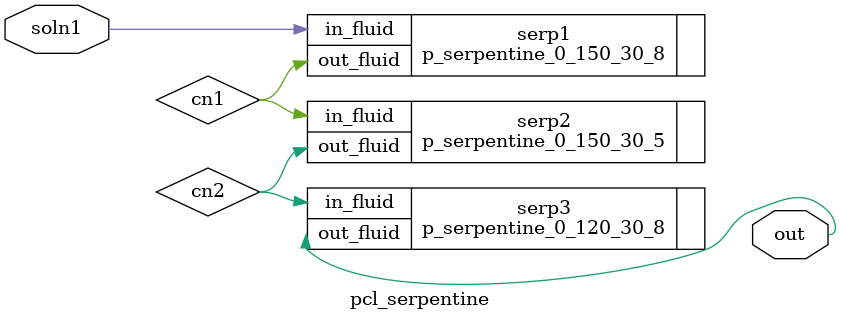
<source format=v>
module pcl_serpentine (
  soln1,
  out
);

input soln1;
output out;
wire cn1, cn2;

p_serpentine_0_150_30_8 serp1 (.in_fluid(soln1), .out_fluid(cn1));
p_serpentine_0_150_30_5 serp2 (.in_fluid(cn1), .out_fluid(cn2));
p_serpentine_0_120_30_8 serp3 (.in_fluid(cn2), .out_fluid(out));

endmodule

</source>
